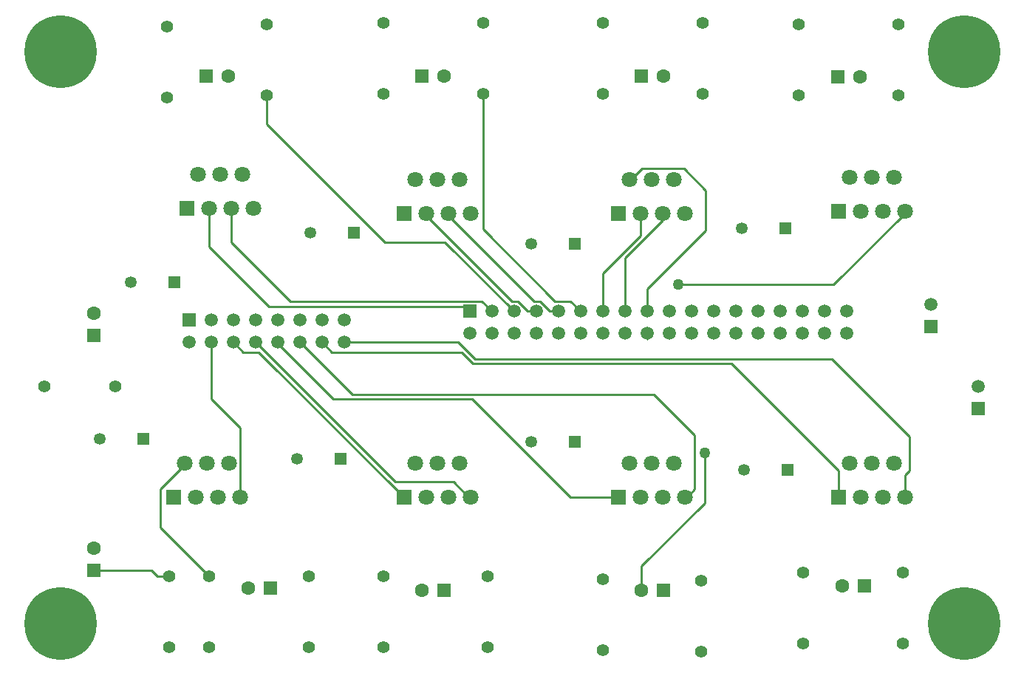
<source format=gbl>
G04 Layer_Physical_Order=4*
G04 Layer_Color=16711680*
%FSLAX25Y25*%
%MOIN*%
G70*
G01*
G75*
%ADD10C,0.01000*%
%ADD11R,0.07087X0.07087*%
%ADD12C,0.07087*%
%ADD13C,0.05512*%
%ADD14C,0.32677*%
%ADD15R,0.05906X0.05906*%
%ADD16C,0.05906*%
%ADD17R,0.05906X0.05906*%
%ADD18R,0.06299X0.06299*%
%ADD19C,0.06299*%
%ADD20R,0.06299X0.06299*%
%ADD21C,0.05315*%
%ADD22R,0.05315X0.05315*%
%ADD23C,0.05000*%
D10*
X102953Y143547D02*
X109882D01*
X98500Y148000D02*
X102953Y143547D01*
X109882D02*
X175500Y77929D01*
X277000Y220567D02*
X282760Y226327D01*
X301673D02*
X311500Y216500D01*
X282760Y226327D02*
X301673D01*
X224260Y166453D02*
X226844D01*
X185500Y205213D02*
X224260Y166453D01*
X65500Y81567D02*
X76500Y92567D01*
X65500Y64500D02*
Y81567D01*
X175500Y76500D02*
Y77929D01*
X197713Y85000D02*
X205500Y77213D01*
X171500Y85000D02*
X197713D01*
X271284Y77929D02*
X272000Y77213D01*
X250571Y77929D02*
X271284D01*
X206000Y122500D02*
X250571Y77929D01*
X311500Y198500D02*
Y216500D01*
X108500Y148000D02*
X171500Y85000D01*
X369287Y174000D02*
X401500Y206213D01*
X299000Y174000D02*
X369287D01*
X371500Y77929D02*
Y90000D01*
Y77213D02*
Y77929D01*
X35500Y44000D02*
X36500Y45000D01*
X401500Y77929D02*
Y88000D01*
Y77213D02*
Y77929D01*
X302000Y77213D02*
X306500Y81713D01*
X101500Y77929D02*
Y90435D01*
Y77213D02*
Y77929D01*
X282500Y36000D02*
Y47000D01*
X311000Y75500D01*
Y98000D02*
Y98500D01*
Y75500D02*
Y98000D01*
X101500Y94699D02*
Y109500D01*
Y94699D02*
X101543Y94656D01*
Y90478D02*
Y94656D01*
X101500Y90435D02*
X101543Y90478D01*
X88500Y122500D02*
X101500Y109500D01*
X285000Y172000D02*
X311500Y198500D01*
X288000Y124500D02*
X306500Y106000D01*
Y81713D02*
Y106000D01*
X118500Y147500D02*
Y148000D01*
Y147500D02*
X143500Y122500D01*
X206000D01*
X323000Y138500D02*
X371500Y90000D01*
X206546Y138500D02*
X323000D01*
X401500Y88000D02*
X403500Y90000D01*
X368500Y140500D02*
X403500Y105500D01*
Y90000D02*
Y105500D01*
X65500Y64500D02*
X87500Y42500D01*
X236844Y166453D02*
X241297Y162000D01*
X245000D01*
X234260Y166453D02*
X236844D01*
X195500Y205213D02*
X234260Y166453D01*
X226844D02*
X231297Y162000D01*
X235000D01*
X166842Y193157D02*
X193842D01*
X113500Y246500D02*
X166842Y193157D01*
X113500Y246500D02*
Y259500D01*
X97500Y193000D02*
Y207646D01*
Y193000D02*
X124047Y166453D01*
X210547D01*
X114500Y164000D02*
X203000D01*
X87500Y191000D02*
X114500Y164000D01*
X87500Y191000D02*
Y207646D01*
X292000Y203172D02*
Y205213D01*
X282000Y196000D02*
Y205213D01*
X193842Y193157D02*
X225000Y162000D01*
X275000Y186172D02*
X292000Y203172D01*
X275000Y162000D02*
Y186172D01*
X138500Y148000D02*
X142953Y143547D01*
X201499D01*
X206546Y138500D01*
X128500Y148000D02*
X152000Y124500D01*
X211000Y260000D02*
Y261000D01*
X210547Y166453D02*
X215000Y162000D01*
X285000Y149547D02*
Y152000D01*
X148500Y148000D02*
X199874D01*
X207374Y140500D01*
X203000Y164000D02*
X205000Y162000D01*
X211000Y199000D02*
X243547Y166453D01*
X211000Y199000D02*
Y260000D01*
X64000Y42500D02*
X69500D01*
X265000Y162000D02*
Y179000D01*
X282000Y196000D01*
X285000Y162000D02*
Y172000D01*
X207374Y140500D02*
X368500D01*
X88500Y122500D02*
Y148000D01*
X113500Y259500D02*
Y261000D01*
X243547Y166453D02*
X250547D01*
X255000Y162000D01*
X152000Y124500D02*
X288000D01*
X36500Y45000D02*
X61500D01*
X64000Y42500D01*
D11*
X371500Y206929D02*
D03*
Y77929D02*
D03*
X175500Y205929D02*
D03*
Y77929D02*
D03*
X71500D02*
D03*
X77500Y208362D02*
D03*
X272000Y205929D02*
D03*
Y77929D02*
D03*
D12*
X376500Y222284D02*
D03*
X381500Y206929D02*
D03*
X386500Y222284D02*
D03*
X391500Y206929D02*
D03*
X396500Y222284D02*
D03*
X401500Y206929D02*
D03*
X376500Y93283D02*
D03*
X381500Y77929D02*
D03*
X386500Y93283D02*
D03*
X391500Y77929D02*
D03*
X396500Y93283D02*
D03*
X401500Y77929D02*
D03*
X180500Y221284D02*
D03*
X185500Y205929D02*
D03*
X190500Y221284D02*
D03*
X195500Y205929D02*
D03*
X200500Y221284D02*
D03*
X205500Y205929D02*
D03*
X180500Y93283D02*
D03*
X185500Y77929D02*
D03*
X190500Y93283D02*
D03*
X195500Y77929D02*
D03*
X200500Y93283D02*
D03*
X205500Y77929D02*
D03*
X76500Y93283D02*
D03*
X81500Y77929D02*
D03*
X86500Y93283D02*
D03*
X91500Y77929D02*
D03*
X96500Y93283D02*
D03*
X101500Y77929D02*
D03*
X82500Y223716D02*
D03*
X87500Y208362D02*
D03*
X92500Y223716D02*
D03*
X97500Y208362D02*
D03*
X102500Y223716D02*
D03*
X107500Y208362D02*
D03*
X277000Y221284D02*
D03*
X282000Y205929D02*
D03*
X287000Y221284D02*
D03*
X292000Y205929D02*
D03*
X297000Y221284D02*
D03*
X302000Y205929D02*
D03*
X277000Y93283D02*
D03*
X282000Y77929D02*
D03*
X287000Y93283D02*
D03*
X292000Y77929D02*
D03*
X297000Y93283D02*
D03*
X302000Y77929D02*
D03*
D13*
X45000Y128000D02*
D03*
X13000D02*
D03*
X87500Y42500D02*
D03*
Y10500D02*
D03*
X355500Y44000D02*
D03*
Y12000D02*
D03*
X265000Y41000D02*
D03*
Y9000D02*
D03*
X398500Y259500D02*
D03*
Y291500D02*
D03*
X166000Y42500D02*
D03*
Y10500D02*
D03*
X310000Y260000D02*
D03*
Y292000D02*
D03*
X211000Y260000D02*
D03*
Y292000D02*
D03*
X113500Y259500D02*
D03*
Y291500D02*
D03*
X265000Y260000D02*
D03*
Y292000D02*
D03*
X213000Y42500D02*
D03*
Y10500D02*
D03*
X400500Y44000D02*
D03*
Y12000D02*
D03*
X132500Y42500D02*
D03*
Y10500D02*
D03*
X309500Y40500D02*
D03*
Y8500D02*
D03*
X166000Y260000D02*
D03*
Y292000D02*
D03*
X353500Y259500D02*
D03*
Y291500D02*
D03*
X68500Y258500D02*
D03*
Y290500D02*
D03*
X69500Y42500D02*
D03*
Y10500D02*
D03*
D14*
X428000Y21000D02*
D03*
X20500D02*
D03*
X428000Y279000D02*
D03*
X20500D02*
D03*
D15*
X78500Y158000D02*
D03*
X205000Y162000D02*
D03*
D16*
X78500Y148000D02*
D03*
X88500Y158000D02*
D03*
Y148000D02*
D03*
X98500Y158000D02*
D03*
Y148000D02*
D03*
X108500Y158000D02*
D03*
Y148000D02*
D03*
X118500Y158000D02*
D03*
Y148000D02*
D03*
X128500Y158000D02*
D03*
Y148000D02*
D03*
X138500Y158000D02*
D03*
Y148000D02*
D03*
X148500Y158000D02*
D03*
Y148000D02*
D03*
X375000Y152000D02*
D03*
Y162000D02*
D03*
X365000Y152000D02*
D03*
Y162000D02*
D03*
X355000Y152000D02*
D03*
Y162000D02*
D03*
X345000Y152000D02*
D03*
Y162000D02*
D03*
X335000Y152000D02*
D03*
Y162000D02*
D03*
X325000Y152000D02*
D03*
Y162000D02*
D03*
X315000Y152000D02*
D03*
Y162000D02*
D03*
X305000Y152000D02*
D03*
Y162000D02*
D03*
X295000Y152000D02*
D03*
Y162000D02*
D03*
X285000Y152000D02*
D03*
Y162000D02*
D03*
X275000Y152000D02*
D03*
Y162000D02*
D03*
X265000Y152000D02*
D03*
Y162000D02*
D03*
X255000Y152000D02*
D03*
Y162000D02*
D03*
X245000Y152000D02*
D03*
Y162000D02*
D03*
X235000Y152000D02*
D03*
Y162000D02*
D03*
X225000Y152000D02*
D03*
Y162000D02*
D03*
X215000Y152000D02*
D03*
Y162000D02*
D03*
X205000Y152000D02*
D03*
X413000Y165000D02*
D03*
X434500Y128000D02*
D03*
D17*
X413000Y155000D02*
D03*
X434500Y118000D02*
D03*
D18*
X35500Y151000D02*
D03*
Y45000D02*
D03*
D19*
Y161000D02*
D03*
X373000Y38000D02*
D03*
X105000Y37049D02*
D03*
X381000Y267561D02*
D03*
X292500Y268061D02*
D03*
X193500D02*
D03*
X282500Y36000D02*
D03*
X96000Y268061D02*
D03*
X183500Y36000D02*
D03*
X35500Y55000D02*
D03*
D20*
X383000Y38000D02*
D03*
X115000Y37049D02*
D03*
X371000Y267561D02*
D03*
X282500Y268061D02*
D03*
X183500D02*
D03*
X292500Y36000D02*
D03*
X86000Y268061D02*
D03*
X193500Y36000D02*
D03*
D21*
X328658Y90500D02*
D03*
X327658Y199500D02*
D03*
X232658Y103000D02*
D03*
Y192500D02*
D03*
X133158Y197500D02*
D03*
X127157Y95500D02*
D03*
X52157Y175000D02*
D03*
X38157Y104500D02*
D03*
D22*
X348342Y90500D02*
D03*
X347342Y199500D02*
D03*
X252343Y103000D02*
D03*
Y192500D02*
D03*
X152842Y197500D02*
D03*
X146843Y95500D02*
D03*
X71842Y175000D02*
D03*
X57842Y104500D02*
D03*
D23*
X311000Y98000D02*
D03*
X299000Y174000D02*
D03*
M02*

</source>
